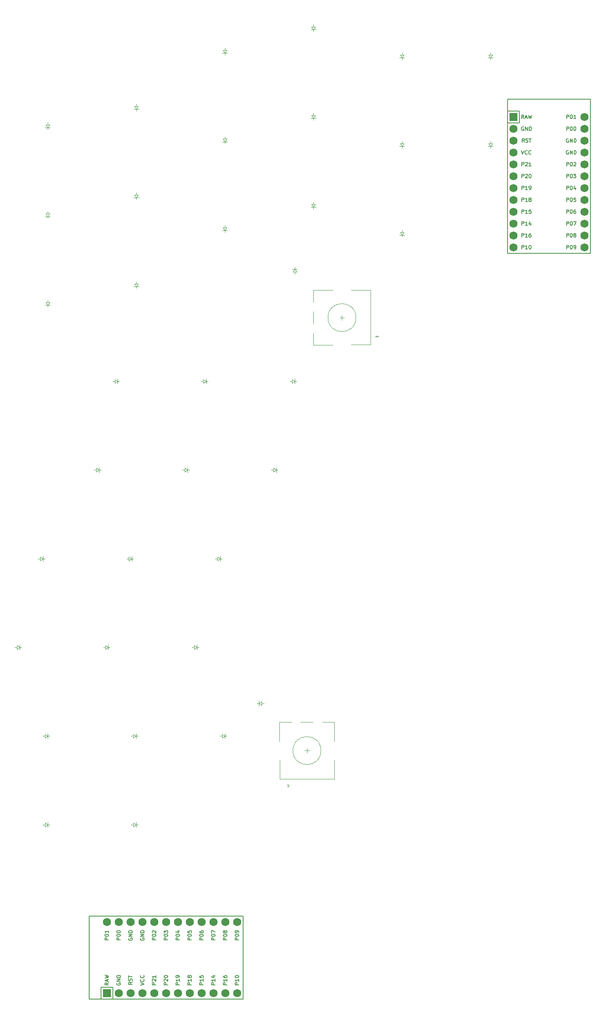
<source format=gbr>
%TF.GenerationSoftware,KiCad,Pcbnew,(6.0.7)*%
%TF.CreationDate,2022-08-26T13:32:48+02:00*%
%TF.ProjectId,lenz03_wired,6c656e7a-3033-45f7-9769-7265642e6b69,v1.0.0*%
%TF.SameCoordinates,Original*%
%TF.FileFunction,Legend,Top*%
%TF.FilePolarity,Positive*%
%FSLAX46Y46*%
G04 Gerber Fmt 4.6, Leading zero omitted, Abs format (unit mm)*
G04 Created by KiCad (PCBNEW (6.0.7)) date 2022-08-26 13:32:48*
%MOMM*%
%LPD*%
G01*
G04 APERTURE LIST*
%ADD10C,0.150000*%
%ADD11C,0.100000*%
%ADD12C,0.120000*%
%ADD13R,1.752600X1.752600*%
%ADD14C,1.752600*%
G04 APERTURE END LIST*
D10*
%TO.C,*%
%TO.C,MCU1*%
X142700476Y-48747000D02*
X142624285Y-48708904D01*
X142510000Y-48708904D01*
X142395714Y-48747000D01*
X142319523Y-48823190D01*
X142281428Y-48899380D01*
X142243333Y-49051761D01*
X142243333Y-49166047D01*
X142281428Y-49318428D01*
X142319523Y-49394619D01*
X142395714Y-49470809D01*
X142510000Y-49508904D01*
X142586190Y-49508904D01*
X142700476Y-49470809D01*
X142738571Y-49432714D01*
X142738571Y-49166047D01*
X142586190Y-49166047D01*
X143081428Y-49508904D02*
X143081428Y-48708904D01*
X143538571Y-49508904D01*
X143538571Y-48708904D01*
X143919523Y-49508904D02*
X143919523Y-48708904D01*
X144110000Y-48708904D01*
X144224285Y-48747000D01*
X144300476Y-48823190D01*
X144338571Y-48899380D01*
X144376666Y-49051761D01*
X144376666Y-49166047D01*
X144338571Y-49318428D01*
X144300476Y-49394619D01*
X144224285Y-49470809D01*
X144110000Y-49508904D01*
X143919523Y-49508904D01*
X142338571Y-57128904D02*
X142338571Y-56328904D01*
X142643333Y-56328904D01*
X142719523Y-56367000D01*
X142757619Y-56405095D01*
X142795714Y-56481285D01*
X142795714Y-56595571D01*
X142757619Y-56671761D01*
X142719523Y-56709857D01*
X142643333Y-56747952D01*
X142338571Y-56747952D01*
X143290952Y-56328904D02*
X143367142Y-56328904D01*
X143443333Y-56367000D01*
X143481428Y-56405095D01*
X143519523Y-56481285D01*
X143557619Y-56633666D01*
X143557619Y-56824142D01*
X143519523Y-56976523D01*
X143481428Y-57052714D01*
X143443333Y-57090809D01*
X143367142Y-57128904D01*
X143290952Y-57128904D01*
X143214761Y-57090809D01*
X143176666Y-57052714D01*
X143138571Y-56976523D01*
X143100476Y-56824142D01*
X143100476Y-56633666D01*
X143138571Y-56481285D01*
X143176666Y-56405095D01*
X143214761Y-56367000D01*
X143290952Y-56328904D01*
X143824285Y-56328904D02*
X144319523Y-56328904D01*
X144052857Y-56633666D01*
X144167142Y-56633666D01*
X144243333Y-56671761D01*
X144281428Y-56709857D01*
X144319523Y-56786047D01*
X144319523Y-56976523D01*
X144281428Y-57052714D01*
X144243333Y-57090809D01*
X144167142Y-57128904D01*
X143938571Y-57128904D01*
X143862380Y-57090809D01*
X143824285Y-57052714D01*
X132738571Y-67288904D02*
X132738571Y-66488904D01*
X133043333Y-66488904D01*
X133119523Y-66527000D01*
X133157619Y-66565095D01*
X133195714Y-66641285D01*
X133195714Y-66755571D01*
X133157619Y-66831761D01*
X133119523Y-66869857D01*
X133043333Y-66907952D01*
X132738571Y-66907952D01*
X133957619Y-67288904D02*
X133500476Y-67288904D01*
X133729047Y-67288904D02*
X133729047Y-66488904D01*
X133652857Y-66603190D01*
X133576666Y-66679380D01*
X133500476Y-66717476D01*
X134643333Y-66755571D02*
X134643333Y-67288904D01*
X134452857Y-66450809D02*
X134262380Y-67022238D01*
X134757619Y-67022238D01*
X142338571Y-64748904D02*
X142338571Y-63948904D01*
X142643333Y-63948904D01*
X142719523Y-63987000D01*
X142757619Y-64025095D01*
X142795714Y-64101285D01*
X142795714Y-64215571D01*
X142757619Y-64291761D01*
X142719523Y-64329857D01*
X142643333Y-64367952D01*
X142338571Y-64367952D01*
X143290952Y-63948904D02*
X143367142Y-63948904D01*
X143443333Y-63987000D01*
X143481428Y-64025095D01*
X143519523Y-64101285D01*
X143557619Y-64253666D01*
X143557619Y-64444142D01*
X143519523Y-64596523D01*
X143481428Y-64672714D01*
X143443333Y-64710809D01*
X143367142Y-64748904D01*
X143290952Y-64748904D01*
X143214761Y-64710809D01*
X143176666Y-64672714D01*
X143138571Y-64596523D01*
X143100476Y-64444142D01*
X143100476Y-64253666D01*
X143138571Y-64101285D01*
X143176666Y-64025095D01*
X143214761Y-63987000D01*
X143290952Y-63948904D01*
X144243333Y-63948904D02*
X144090952Y-63948904D01*
X144014761Y-63987000D01*
X143976666Y-64025095D01*
X143900476Y-64139380D01*
X143862380Y-64291761D01*
X143862380Y-64596523D01*
X143900476Y-64672714D01*
X143938571Y-64710809D01*
X144014761Y-64748904D01*
X144167142Y-64748904D01*
X144243333Y-64710809D01*
X144281428Y-64672714D01*
X144319523Y-64596523D01*
X144319523Y-64406047D01*
X144281428Y-64329857D01*
X144243333Y-64291761D01*
X144167142Y-64253666D01*
X144014761Y-64253666D01*
X143938571Y-64291761D01*
X143900476Y-64329857D01*
X143862380Y-64406047D01*
X142338571Y-59668904D02*
X142338571Y-58868904D01*
X142643333Y-58868904D01*
X142719523Y-58907000D01*
X142757619Y-58945095D01*
X142795714Y-59021285D01*
X142795714Y-59135571D01*
X142757619Y-59211761D01*
X142719523Y-59249857D01*
X142643333Y-59287952D01*
X142338571Y-59287952D01*
X143290952Y-58868904D02*
X143367142Y-58868904D01*
X143443333Y-58907000D01*
X143481428Y-58945095D01*
X143519523Y-59021285D01*
X143557619Y-59173666D01*
X143557619Y-59364142D01*
X143519523Y-59516523D01*
X143481428Y-59592714D01*
X143443333Y-59630809D01*
X143367142Y-59668904D01*
X143290952Y-59668904D01*
X143214761Y-59630809D01*
X143176666Y-59592714D01*
X143138571Y-59516523D01*
X143100476Y-59364142D01*
X143100476Y-59173666D01*
X143138571Y-59021285D01*
X143176666Y-58945095D01*
X143214761Y-58907000D01*
X143290952Y-58868904D01*
X144243333Y-59135571D02*
X144243333Y-59668904D01*
X144052857Y-58830809D02*
X143862380Y-59402238D01*
X144357619Y-59402238D01*
X142338571Y-46968904D02*
X142338571Y-46168904D01*
X142643333Y-46168904D01*
X142719523Y-46207000D01*
X142757619Y-46245095D01*
X142795714Y-46321285D01*
X142795714Y-46435571D01*
X142757619Y-46511761D01*
X142719523Y-46549857D01*
X142643333Y-46587952D01*
X142338571Y-46587952D01*
X143290952Y-46168904D02*
X143367142Y-46168904D01*
X143443333Y-46207000D01*
X143481428Y-46245095D01*
X143519523Y-46321285D01*
X143557619Y-46473666D01*
X143557619Y-46664142D01*
X143519523Y-46816523D01*
X143481428Y-46892714D01*
X143443333Y-46930809D01*
X143367142Y-46968904D01*
X143290952Y-46968904D01*
X143214761Y-46930809D01*
X143176666Y-46892714D01*
X143138571Y-46816523D01*
X143100476Y-46664142D01*
X143100476Y-46473666D01*
X143138571Y-46321285D01*
X143176666Y-46245095D01*
X143214761Y-46207000D01*
X143290952Y-46168904D01*
X144052857Y-46168904D02*
X144129047Y-46168904D01*
X144205238Y-46207000D01*
X144243333Y-46245095D01*
X144281428Y-46321285D01*
X144319523Y-46473666D01*
X144319523Y-46664142D01*
X144281428Y-46816523D01*
X144243333Y-46892714D01*
X144205238Y-46930809D01*
X144129047Y-46968904D01*
X144052857Y-46968904D01*
X143976666Y-46930809D01*
X143938571Y-46892714D01*
X143900476Y-46816523D01*
X143862380Y-46664142D01*
X143862380Y-46473666D01*
X143900476Y-46321285D01*
X143938571Y-46245095D01*
X143976666Y-46207000D01*
X144052857Y-46168904D01*
X132738571Y-57128904D02*
X132738571Y-56328904D01*
X133043333Y-56328904D01*
X133119523Y-56367000D01*
X133157619Y-56405095D01*
X133195714Y-56481285D01*
X133195714Y-56595571D01*
X133157619Y-56671761D01*
X133119523Y-56709857D01*
X133043333Y-56747952D01*
X132738571Y-56747952D01*
X133500476Y-56405095D02*
X133538571Y-56367000D01*
X133614761Y-56328904D01*
X133805238Y-56328904D01*
X133881428Y-56367000D01*
X133919523Y-56405095D01*
X133957619Y-56481285D01*
X133957619Y-56557476D01*
X133919523Y-56671761D01*
X133462380Y-57128904D01*
X133957619Y-57128904D01*
X134452857Y-56328904D02*
X134529047Y-56328904D01*
X134605238Y-56367000D01*
X134643333Y-56405095D01*
X134681428Y-56481285D01*
X134719523Y-56633666D01*
X134719523Y-56824142D01*
X134681428Y-56976523D01*
X134643333Y-57052714D01*
X134605238Y-57090809D01*
X134529047Y-57128904D01*
X134452857Y-57128904D01*
X134376666Y-57090809D01*
X134338571Y-57052714D01*
X134300476Y-56976523D01*
X134262380Y-56824142D01*
X134262380Y-56633666D01*
X134300476Y-56481285D01*
X134338571Y-56405095D01*
X134376666Y-56367000D01*
X134452857Y-56328904D01*
X142338571Y-67288904D02*
X142338571Y-66488904D01*
X142643333Y-66488904D01*
X142719523Y-66527000D01*
X142757619Y-66565095D01*
X142795714Y-66641285D01*
X142795714Y-66755571D01*
X142757619Y-66831761D01*
X142719523Y-66869857D01*
X142643333Y-66907952D01*
X142338571Y-66907952D01*
X143290952Y-66488904D02*
X143367142Y-66488904D01*
X143443333Y-66527000D01*
X143481428Y-66565095D01*
X143519523Y-66641285D01*
X143557619Y-66793666D01*
X143557619Y-66984142D01*
X143519523Y-67136523D01*
X143481428Y-67212714D01*
X143443333Y-67250809D01*
X143367142Y-67288904D01*
X143290952Y-67288904D01*
X143214761Y-67250809D01*
X143176666Y-67212714D01*
X143138571Y-67136523D01*
X143100476Y-66984142D01*
X143100476Y-66793666D01*
X143138571Y-66641285D01*
X143176666Y-66565095D01*
X143214761Y-66527000D01*
X143290952Y-66488904D01*
X143824285Y-66488904D02*
X144357619Y-66488904D01*
X144014761Y-67288904D01*
X142338571Y-69828904D02*
X142338571Y-69028904D01*
X142643333Y-69028904D01*
X142719523Y-69067000D01*
X142757619Y-69105095D01*
X142795714Y-69181285D01*
X142795714Y-69295571D01*
X142757619Y-69371761D01*
X142719523Y-69409857D01*
X142643333Y-69447952D01*
X142338571Y-69447952D01*
X143290952Y-69028904D02*
X143367142Y-69028904D01*
X143443333Y-69067000D01*
X143481428Y-69105095D01*
X143519523Y-69181285D01*
X143557619Y-69333666D01*
X143557619Y-69524142D01*
X143519523Y-69676523D01*
X143481428Y-69752714D01*
X143443333Y-69790809D01*
X143367142Y-69828904D01*
X143290952Y-69828904D01*
X143214761Y-69790809D01*
X143176666Y-69752714D01*
X143138571Y-69676523D01*
X143100476Y-69524142D01*
X143100476Y-69333666D01*
X143138571Y-69181285D01*
X143176666Y-69105095D01*
X143214761Y-69067000D01*
X143290952Y-69028904D01*
X144014761Y-69371761D02*
X143938571Y-69333666D01*
X143900476Y-69295571D01*
X143862380Y-69219380D01*
X143862380Y-69181285D01*
X143900476Y-69105095D01*
X143938571Y-69067000D01*
X144014761Y-69028904D01*
X144167142Y-69028904D01*
X144243333Y-69067000D01*
X144281428Y-69105095D01*
X144319523Y-69181285D01*
X144319523Y-69219380D01*
X144281428Y-69295571D01*
X144243333Y-69333666D01*
X144167142Y-69371761D01*
X144014761Y-69371761D01*
X143938571Y-69409857D01*
X143900476Y-69447952D01*
X143862380Y-69524142D01*
X143862380Y-69676523D01*
X143900476Y-69752714D01*
X143938571Y-69790809D01*
X144014761Y-69828904D01*
X144167142Y-69828904D01*
X144243333Y-69790809D01*
X144281428Y-69752714D01*
X144319523Y-69676523D01*
X144319523Y-69524142D01*
X144281428Y-69447952D01*
X144243333Y-69409857D01*
X144167142Y-69371761D01*
X133100476Y-46207000D02*
X133024285Y-46168904D01*
X132910000Y-46168904D01*
X132795714Y-46207000D01*
X132719523Y-46283190D01*
X132681428Y-46359380D01*
X132643333Y-46511761D01*
X132643333Y-46626047D01*
X132681428Y-46778428D01*
X132719523Y-46854619D01*
X132795714Y-46930809D01*
X132910000Y-46968904D01*
X132986190Y-46968904D01*
X133100476Y-46930809D01*
X133138571Y-46892714D01*
X133138571Y-46626047D01*
X132986190Y-46626047D01*
X133481428Y-46968904D02*
X133481428Y-46168904D01*
X133938571Y-46968904D01*
X133938571Y-46168904D01*
X134319523Y-46968904D02*
X134319523Y-46168904D01*
X134510000Y-46168904D01*
X134624285Y-46207000D01*
X134700476Y-46283190D01*
X134738571Y-46359380D01*
X134776666Y-46511761D01*
X134776666Y-46626047D01*
X134738571Y-46778428D01*
X134700476Y-46854619D01*
X134624285Y-46930809D01*
X134510000Y-46968904D01*
X134319523Y-46968904D01*
X132738571Y-72368904D02*
X132738571Y-71568904D01*
X133043333Y-71568904D01*
X133119523Y-71607000D01*
X133157619Y-71645095D01*
X133195714Y-71721285D01*
X133195714Y-71835571D01*
X133157619Y-71911761D01*
X133119523Y-71949857D01*
X133043333Y-71987952D01*
X132738571Y-71987952D01*
X133957619Y-72368904D02*
X133500476Y-72368904D01*
X133729047Y-72368904D02*
X133729047Y-71568904D01*
X133652857Y-71683190D01*
X133576666Y-71759380D01*
X133500476Y-71797476D01*
X134452857Y-71568904D02*
X134529047Y-71568904D01*
X134605238Y-71607000D01*
X134643333Y-71645095D01*
X134681428Y-71721285D01*
X134719523Y-71873666D01*
X134719523Y-72064142D01*
X134681428Y-72216523D01*
X134643333Y-72292714D01*
X134605238Y-72330809D01*
X134529047Y-72368904D01*
X134452857Y-72368904D01*
X134376666Y-72330809D01*
X134338571Y-72292714D01*
X134300476Y-72216523D01*
X134262380Y-72064142D01*
X134262380Y-71873666D01*
X134300476Y-71721285D01*
X134338571Y-71645095D01*
X134376666Y-71607000D01*
X134452857Y-71568904D01*
X142338571Y-44428904D02*
X142338571Y-43628904D01*
X142643333Y-43628904D01*
X142719523Y-43667000D01*
X142757619Y-43705095D01*
X142795714Y-43781285D01*
X142795714Y-43895571D01*
X142757619Y-43971761D01*
X142719523Y-44009857D01*
X142643333Y-44047952D01*
X142338571Y-44047952D01*
X143290952Y-43628904D02*
X143367142Y-43628904D01*
X143443333Y-43667000D01*
X143481428Y-43705095D01*
X143519523Y-43781285D01*
X143557619Y-43933666D01*
X143557619Y-44124142D01*
X143519523Y-44276523D01*
X143481428Y-44352714D01*
X143443333Y-44390809D01*
X143367142Y-44428904D01*
X143290952Y-44428904D01*
X143214761Y-44390809D01*
X143176666Y-44352714D01*
X143138571Y-44276523D01*
X143100476Y-44124142D01*
X143100476Y-43933666D01*
X143138571Y-43781285D01*
X143176666Y-43705095D01*
X143214761Y-43667000D01*
X143290952Y-43628904D01*
X144319523Y-44428904D02*
X143862380Y-44428904D01*
X144090952Y-44428904D02*
X144090952Y-43628904D01*
X144014761Y-43743190D01*
X143938571Y-43819380D01*
X143862380Y-43857476D01*
X142338571Y-72368904D02*
X142338571Y-71568904D01*
X142643333Y-71568904D01*
X142719523Y-71607000D01*
X142757619Y-71645095D01*
X142795714Y-71721285D01*
X142795714Y-71835571D01*
X142757619Y-71911761D01*
X142719523Y-71949857D01*
X142643333Y-71987952D01*
X142338571Y-71987952D01*
X143290952Y-71568904D02*
X143367142Y-71568904D01*
X143443333Y-71607000D01*
X143481428Y-71645095D01*
X143519523Y-71721285D01*
X143557619Y-71873666D01*
X143557619Y-72064142D01*
X143519523Y-72216523D01*
X143481428Y-72292714D01*
X143443333Y-72330809D01*
X143367142Y-72368904D01*
X143290952Y-72368904D01*
X143214761Y-72330809D01*
X143176666Y-72292714D01*
X143138571Y-72216523D01*
X143100476Y-72064142D01*
X143100476Y-71873666D01*
X143138571Y-71721285D01*
X143176666Y-71645095D01*
X143214761Y-71607000D01*
X143290952Y-71568904D01*
X143938571Y-72368904D02*
X144090952Y-72368904D01*
X144167142Y-72330809D01*
X144205238Y-72292714D01*
X144281428Y-72178428D01*
X144319523Y-72026047D01*
X144319523Y-71721285D01*
X144281428Y-71645095D01*
X144243333Y-71607000D01*
X144167142Y-71568904D01*
X144014761Y-71568904D01*
X143938571Y-71607000D01*
X143900476Y-71645095D01*
X143862380Y-71721285D01*
X143862380Y-71911761D01*
X143900476Y-71987952D01*
X143938571Y-72026047D01*
X144014761Y-72064142D01*
X144167142Y-72064142D01*
X144243333Y-72026047D01*
X144281428Y-71987952D01*
X144319523Y-71911761D01*
X132738571Y-59668904D02*
X132738571Y-58868904D01*
X133043333Y-58868904D01*
X133119523Y-58907000D01*
X133157619Y-58945095D01*
X133195714Y-59021285D01*
X133195714Y-59135571D01*
X133157619Y-59211761D01*
X133119523Y-59249857D01*
X133043333Y-59287952D01*
X132738571Y-59287952D01*
X133957619Y-59668904D02*
X133500476Y-59668904D01*
X133729047Y-59668904D02*
X133729047Y-58868904D01*
X133652857Y-58983190D01*
X133576666Y-59059380D01*
X133500476Y-59097476D01*
X134338571Y-59668904D02*
X134490952Y-59668904D01*
X134567142Y-59630809D01*
X134605238Y-59592714D01*
X134681428Y-59478428D01*
X134719523Y-59326047D01*
X134719523Y-59021285D01*
X134681428Y-58945095D01*
X134643333Y-58907000D01*
X134567142Y-58868904D01*
X134414761Y-58868904D01*
X134338571Y-58907000D01*
X134300476Y-58945095D01*
X134262380Y-59021285D01*
X134262380Y-59211761D01*
X134300476Y-59287952D01*
X134338571Y-59326047D01*
X134414761Y-59364142D01*
X134567142Y-59364142D01*
X134643333Y-59326047D01*
X134681428Y-59287952D01*
X134719523Y-59211761D01*
X132738571Y-62208904D02*
X132738571Y-61408904D01*
X133043333Y-61408904D01*
X133119523Y-61447000D01*
X133157619Y-61485095D01*
X133195714Y-61561285D01*
X133195714Y-61675571D01*
X133157619Y-61751761D01*
X133119523Y-61789857D01*
X133043333Y-61827952D01*
X132738571Y-61827952D01*
X133957619Y-62208904D02*
X133500476Y-62208904D01*
X133729047Y-62208904D02*
X133729047Y-61408904D01*
X133652857Y-61523190D01*
X133576666Y-61599380D01*
X133500476Y-61637476D01*
X134414761Y-61751761D02*
X134338571Y-61713666D01*
X134300476Y-61675571D01*
X134262380Y-61599380D01*
X134262380Y-61561285D01*
X134300476Y-61485095D01*
X134338571Y-61447000D01*
X134414761Y-61408904D01*
X134567142Y-61408904D01*
X134643333Y-61447000D01*
X134681428Y-61485095D01*
X134719523Y-61561285D01*
X134719523Y-61599380D01*
X134681428Y-61675571D01*
X134643333Y-61713666D01*
X134567142Y-61751761D01*
X134414761Y-61751761D01*
X134338571Y-61789857D01*
X134300476Y-61827952D01*
X134262380Y-61904142D01*
X134262380Y-62056523D01*
X134300476Y-62132714D01*
X134338571Y-62170809D01*
X134414761Y-62208904D01*
X134567142Y-62208904D01*
X134643333Y-62170809D01*
X134681428Y-62132714D01*
X134719523Y-62056523D01*
X134719523Y-61904142D01*
X134681428Y-61827952D01*
X134643333Y-61789857D01*
X134567142Y-61751761D01*
X133271904Y-49508904D02*
X133005238Y-49127952D01*
X132814761Y-49508904D02*
X132814761Y-48708904D01*
X133119523Y-48708904D01*
X133195714Y-48747000D01*
X133233809Y-48785095D01*
X133271904Y-48861285D01*
X133271904Y-48975571D01*
X133233809Y-49051761D01*
X133195714Y-49089857D01*
X133119523Y-49127952D01*
X132814761Y-49127952D01*
X133576666Y-49470809D02*
X133690952Y-49508904D01*
X133881428Y-49508904D01*
X133957619Y-49470809D01*
X133995714Y-49432714D01*
X134033809Y-49356523D01*
X134033809Y-49280333D01*
X133995714Y-49204142D01*
X133957619Y-49166047D01*
X133881428Y-49127952D01*
X133729047Y-49089857D01*
X133652857Y-49051761D01*
X133614761Y-49013666D01*
X133576666Y-48937476D01*
X133576666Y-48861285D01*
X133614761Y-48785095D01*
X133652857Y-48747000D01*
X133729047Y-48708904D01*
X133919523Y-48708904D01*
X134033809Y-48747000D01*
X134262380Y-48708904D02*
X134719523Y-48708904D01*
X134490952Y-49508904D02*
X134490952Y-48708904D01*
X133157619Y-44428904D02*
X132890952Y-44047952D01*
X132700476Y-44428904D02*
X132700476Y-43628904D01*
X133005238Y-43628904D01*
X133081428Y-43667000D01*
X133119523Y-43705095D01*
X133157619Y-43781285D01*
X133157619Y-43895571D01*
X133119523Y-43971761D01*
X133081428Y-44009857D01*
X133005238Y-44047952D01*
X132700476Y-44047952D01*
X133462380Y-44200333D02*
X133843333Y-44200333D01*
X133386190Y-44428904D02*
X133652857Y-43628904D01*
X133919523Y-44428904D01*
X134110000Y-43628904D02*
X134300476Y-44428904D01*
X134452857Y-43857476D01*
X134605238Y-44428904D01*
X134795714Y-43628904D01*
X132738571Y-54588904D02*
X132738571Y-53788904D01*
X133043333Y-53788904D01*
X133119523Y-53827000D01*
X133157619Y-53865095D01*
X133195714Y-53941285D01*
X133195714Y-54055571D01*
X133157619Y-54131761D01*
X133119523Y-54169857D01*
X133043333Y-54207952D01*
X132738571Y-54207952D01*
X133500476Y-53865095D02*
X133538571Y-53827000D01*
X133614761Y-53788904D01*
X133805238Y-53788904D01*
X133881428Y-53827000D01*
X133919523Y-53865095D01*
X133957619Y-53941285D01*
X133957619Y-54017476D01*
X133919523Y-54131761D01*
X133462380Y-54588904D01*
X133957619Y-54588904D01*
X134719523Y-54588904D02*
X134262380Y-54588904D01*
X134490952Y-54588904D02*
X134490952Y-53788904D01*
X134414761Y-53903190D01*
X134338571Y-53979380D01*
X134262380Y-54017476D01*
X142338571Y-54588904D02*
X142338571Y-53788904D01*
X142643333Y-53788904D01*
X142719523Y-53827000D01*
X142757619Y-53865095D01*
X142795714Y-53941285D01*
X142795714Y-54055571D01*
X142757619Y-54131761D01*
X142719523Y-54169857D01*
X142643333Y-54207952D01*
X142338571Y-54207952D01*
X143290952Y-53788904D02*
X143367142Y-53788904D01*
X143443333Y-53827000D01*
X143481428Y-53865095D01*
X143519523Y-53941285D01*
X143557619Y-54093666D01*
X143557619Y-54284142D01*
X143519523Y-54436523D01*
X143481428Y-54512714D01*
X143443333Y-54550809D01*
X143367142Y-54588904D01*
X143290952Y-54588904D01*
X143214761Y-54550809D01*
X143176666Y-54512714D01*
X143138571Y-54436523D01*
X143100476Y-54284142D01*
X143100476Y-54093666D01*
X143138571Y-53941285D01*
X143176666Y-53865095D01*
X143214761Y-53827000D01*
X143290952Y-53788904D01*
X143862380Y-53865095D02*
X143900476Y-53827000D01*
X143976666Y-53788904D01*
X144167142Y-53788904D01*
X144243333Y-53827000D01*
X144281428Y-53865095D01*
X144319523Y-53941285D01*
X144319523Y-54017476D01*
X144281428Y-54131761D01*
X143824285Y-54588904D01*
X144319523Y-54588904D01*
X132738571Y-69828904D02*
X132738571Y-69028904D01*
X133043333Y-69028904D01*
X133119523Y-69067000D01*
X133157619Y-69105095D01*
X133195714Y-69181285D01*
X133195714Y-69295571D01*
X133157619Y-69371761D01*
X133119523Y-69409857D01*
X133043333Y-69447952D01*
X132738571Y-69447952D01*
X133957619Y-69828904D02*
X133500476Y-69828904D01*
X133729047Y-69828904D02*
X133729047Y-69028904D01*
X133652857Y-69143190D01*
X133576666Y-69219380D01*
X133500476Y-69257476D01*
X134643333Y-69028904D02*
X134490952Y-69028904D01*
X134414761Y-69067000D01*
X134376666Y-69105095D01*
X134300476Y-69219380D01*
X134262380Y-69371761D01*
X134262380Y-69676523D01*
X134300476Y-69752714D01*
X134338571Y-69790809D01*
X134414761Y-69828904D01*
X134567142Y-69828904D01*
X134643333Y-69790809D01*
X134681428Y-69752714D01*
X134719523Y-69676523D01*
X134719523Y-69486047D01*
X134681428Y-69409857D01*
X134643333Y-69371761D01*
X134567142Y-69333666D01*
X134414761Y-69333666D01*
X134338571Y-69371761D01*
X134300476Y-69409857D01*
X134262380Y-69486047D01*
X132738571Y-64748904D02*
X132738571Y-63948904D01*
X133043333Y-63948904D01*
X133119523Y-63987000D01*
X133157619Y-64025095D01*
X133195714Y-64101285D01*
X133195714Y-64215571D01*
X133157619Y-64291761D01*
X133119523Y-64329857D01*
X133043333Y-64367952D01*
X132738571Y-64367952D01*
X133957619Y-64748904D02*
X133500476Y-64748904D01*
X133729047Y-64748904D02*
X133729047Y-63948904D01*
X133652857Y-64063190D01*
X133576666Y-64139380D01*
X133500476Y-64177476D01*
X134681428Y-63948904D02*
X134300476Y-63948904D01*
X134262380Y-64329857D01*
X134300476Y-64291761D01*
X134376666Y-64253666D01*
X134567142Y-64253666D01*
X134643333Y-64291761D01*
X134681428Y-64329857D01*
X134719523Y-64406047D01*
X134719523Y-64596523D01*
X134681428Y-64672714D01*
X134643333Y-64710809D01*
X134567142Y-64748904D01*
X134376666Y-64748904D01*
X134300476Y-64710809D01*
X134262380Y-64672714D01*
X132643333Y-51248904D02*
X132910000Y-52048904D01*
X133176666Y-51248904D01*
X133900476Y-51972714D02*
X133862380Y-52010809D01*
X133748095Y-52048904D01*
X133671904Y-52048904D01*
X133557619Y-52010809D01*
X133481428Y-51934619D01*
X133443333Y-51858428D01*
X133405238Y-51706047D01*
X133405238Y-51591761D01*
X133443333Y-51439380D01*
X133481428Y-51363190D01*
X133557619Y-51287000D01*
X133671904Y-51248904D01*
X133748095Y-51248904D01*
X133862380Y-51287000D01*
X133900476Y-51325095D01*
X134700476Y-51972714D02*
X134662380Y-52010809D01*
X134548095Y-52048904D01*
X134471904Y-52048904D01*
X134357619Y-52010809D01*
X134281428Y-51934619D01*
X134243333Y-51858428D01*
X134205238Y-51706047D01*
X134205238Y-51591761D01*
X134243333Y-51439380D01*
X134281428Y-51363190D01*
X134357619Y-51287000D01*
X134471904Y-51248904D01*
X134548095Y-51248904D01*
X134662380Y-51287000D01*
X134700476Y-51325095D01*
X142700476Y-51287000D02*
X142624285Y-51248904D01*
X142510000Y-51248904D01*
X142395714Y-51287000D01*
X142319523Y-51363190D01*
X142281428Y-51439380D01*
X142243333Y-51591761D01*
X142243333Y-51706047D01*
X142281428Y-51858428D01*
X142319523Y-51934619D01*
X142395714Y-52010809D01*
X142510000Y-52048904D01*
X142586190Y-52048904D01*
X142700476Y-52010809D01*
X142738571Y-51972714D01*
X142738571Y-51706047D01*
X142586190Y-51706047D01*
X143081428Y-52048904D02*
X143081428Y-51248904D01*
X143538571Y-52048904D01*
X143538571Y-51248904D01*
X143919523Y-52048904D02*
X143919523Y-51248904D01*
X144110000Y-51248904D01*
X144224285Y-51287000D01*
X144300476Y-51363190D01*
X144338571Y-51439380D01*
X144376666Y-51591761D01*
X144376666Y-51706047D01*
X144338571Y-51858428D01*
X144300476Y-51934619D01*
X144224285Y-52010809D01*
X144110000Y-52048904D01*
X143919523Y-52048904D01*
X142338571Y-62208904D02*
X142338571Y-61408904D01*
X142643333Y-61408904D01*
X142719523Y-61447000D01*
X142757619Y-61485095D01*
X142795714Y-61561285D01*
X142795714Y-61675571D01*
X142757619Y-61751761D01*
X142719523Y-61789857D01*
X142643333Y-61827952D01*
X142338571Y-61827952D01*
X143290952Y-61408904D02*
X143367142Y-61408904D01*
X143443333Y-61447000D01*
X143481428Y-61485095D01*
X143519523Y-61561285D01*
X143557619Y-61713666D01*
X143557619Y-61904142D01*
X143519523Y-62056523D01*
X143481428Y-62132714D01*
X143443333Y-62170809D01*
X143367142Y-62208904D01*
X143290952Y-62208904D01*
X143214761Y-62170809D01*
X143176666Y-62132714D01*
X143138571Y-62056523D01*
X143100476Y-61904142D01*
X143100476Y-61713666D01*
X143138571Y-61561285D01*
X143176666Y-61485095D01*
X143214761Y-61447000D01*
X143290952Y-61408904D01*
X144281428Y-61408904D02*
X143900476Y-61408904D01*
X143862380Y-61789857D01*
X143900476Y-61751761D01*
X143976666Y-61713666D01*
X144167142Y-61713666D01*
X144243333Y-61751761D01*
X144281428Y-61789857D01*
X144319523Y-61866047D01*
X144319523Y-62056523D01*
X144281428Y-62132714D01*
X144243333Y-62170809D01*
X144167142Y-62208904D01*
X143976666Y-62208904D01*
X143900476Y-62170809D01*
X143862380Y-62132714D01*
%TO.C,*%
%TO.C,MCU2*%
X64372904Y-220383428D02*
X63572904Y-220383428D01*
X63572904Y-220078666D01*
X63611000Y-220002476D01*
X63649095Y-219964380D01*
X63725285Y-219926285D01*
X63839571Y-219926285D01*
X63915761Y-219964380D01*
X63953857Y-220002476D01*
X63991952Y-220078666D01*
X63991952Y-220383428D01*
X63572904Y-219431047D02*
X63572904Y-219354857D01*
X63611000Y-219278666D01*
X63649095Y-219240571D01*
X63725285Y-219202476D01*
X63877666Y-219164380D01*
X64068142Y-219164380D01*
X64220523Y-219202476D01*
X64296714Y-219240571D01*
X64334809Y-219278666D01*
X64372904Y-219354857D01*
X64372904Y-219431047D01*
X64334809Y-219507238D01*
X64296714Y-219545333D01*
X64220523Y-219583428D01*
X64068142Y-219621523D01*
X63877666Y-219621523D01*
X63725285Y-219583428D01*
X63649095Y-219545333D01*
X63611000Y-219507238D01*
X63572904Y-219431047D01*
X63572904Y-218478666D02*
X63572904Y-218631047D01*
X63611000Y-218707238D01*
X63649095Y-218745333D01*
X63763380Y-218821523D01*
X63915761Y-218859619D01*
X64220523Y-218859619D01*
X64296714Y-218821523D01*
X64334809Y-218783428D01*
X64372904Y-218707238D01*
X64372904Y-218554857D01*
X64334809Y-218478666D01*
X64296714Y-218440571D01*
X64220523Y-218402476D01*
X64030047Y-218402476D01*
X63953857Y-218440571D01*
X63915761Y-218478666D01*
X63877666Y-218554857D01*
X63877666Y-218707238D01*
X63915761Y-218783428D01*
X63953857Y-218821523D01*
X64030047Y-218859619D01*
X66912904Y-220383428D02*
X66112904Y-220383428D01*
X66112904Y-220078666D01*
X66151000Y-220002476D01*
X66189095Y-219964380D01*
X66265285Y-219926285D01*
X66379571Y-219926285D01*
X66455761Y-219964380D01*
X66493857Y-220002476D01*
X66531952Y-220078666D01*
X66531952Y-220383428D01*
X66112904Y-219431047D02*
X66112904Y-219354857D01*
X66151000Y-219278666D01*
X66189095Y-219240571D01*
X66265285Y-219202476D01*
X66417666Y-219164380D01*
X66608142Y-219164380D01*
X66760523Y-219202476D01*
X66836714Y-219240571D01*
X66874809Y-219278666D01*
X66912904Y-219354857D01*
X66912904Y-219431047D01*
X66874809Y-219507238D01*
X66836714Y-219545333D01*
X66760523Y-219583428D01*
X66608142Y-219621523D01*
X66417666Y-219621523D01*
X66265285Y-219583428D01*
X66189095Y-219545333D01*
X66151000Y-219507238D01*
X66112904Y-219431047D01*
X66112904Y-218897714D02*
X66112904Y-218364380D01*
X66912904Y-218707238D01*
X50872904Y-230078666D02*
X51672904Y-229812000D01*
X50872904Y-229545333D01*
X51596714Y-228821523D02*
X51634809Y-228859619D01*
X51672904Y-228973904D01*
X51672904Y-229050095D01*
X51634809Y-229164380D01*
X51558619Y-229240571D01*
X51482428Y-229278666D01*
X51330047Y-229316761D01*
X51215761Y-229316761D01*
X51063380Y-229278666D01*
X50987190Y-229240571D01*
X50911000Y-229164380D01*
X50872904Y-229050095D01*
X50872904Y-228973904D01*
X50911000Y-228859619D01*
X50949095Y-228821523D01*
X51596714Y-228021523D02*
X51634809Y-228059619D01*
X51672904Y-228173904D01*
X51672904Y-228250095D01*
X51634809Y-228364380D01*
X51558619Y-228440571D01*
X51482428Y-228478666D01*
X51330047Y-228516761D01*
X51215761Y-228516761D01*
X51063380Y-228478666D01*
X50987190Y-228440571D01*
X50911000Y-228364380D01*
X50872904Y-228250095D01*
X50872904Y-228173904D01*
X50911000Y-228059619D01*
X50949095Y-228021523D01*
X66912904Y-229983428D02*
X66112904Y-229983428D01*
X66112904Y-229678666D01*
X66151000Y-229602476D01*
X66189095Y-229564380D01*
X66265285Y-229526285D01*
X66379571Y-229526285D01*
X66455761Y-229564380D01*
X66493857Y-229602476D01*
X66531952Y-229678666D01*
X66531952Y-229983428D01*
X66912904Y-228764380D02*
X66912904Y-229221523D01*
X66912904Y-228992952D02*
X66112904Y-228992952D01*
X66227190Y-229069142D01*
X66303380Y-229145333D01*
X66341476Y-229221523D01*
X66379571Y-228078666D02*
X66912904Y-228078666D01*
X66074809Y-228269142D02*
X66646238Y-228459619D01*
X66646238Y-227964380D01*
X61832904Y-229983428D02*
X61032904Y-229983428D01*
X61032904Y-229678666D01*
X61071000Y-229602476D01*
X61109095Y-229564380D01*
X61185285Y-229526285D01*
X61299571Y-229526285D01*
X61375761Y-229564380D01*
X61413857Y-229602476D01*
X61451952Y-229678666D01*
X61451952Y-229983428D01*
X61832904Y-228764380D02*
X61832904Y-229221523D01*
X61832904Y-228992952D02*
X61032904Y-228992952D01*
X61147190Y-229069142D01*
X61223380Y-229145333D01*
X61261476Y-229221523D01*
X61375761Y-228307238D02*
X61337666Y-228383428D01*
X61299571Y-228421523D01*
X61223380Y-228459619D01*
X61185285Y-228459619D01*
X61109095Y-228421523D01*
X61071000Y-228383428D01*
X61032904Y-228307238D01*
X61032904Y-228154857D01*
X61071000Y-228078666D01*
X61109095Y-228040571D01*
X61185285Y-228002476D01*
X61223380Y-228002476D01*
X61299571Y-228040571D01*
X61337666Y-228078666D01*
X61375761Y-228154857D01*
X61375761Y-228307238D01*
X61413857Y-228383428D01*
X61451952Y-228421523D01*
X61528142Y-228459619D01*
X61680523Y-228459619D01*
X61756714Y-228421523D01*
X61794809Y-228383428D01*
X61832904Y-228307238D01*
X61832904Y-228154857D01*
X61794809Y-228078666D01*
X61756714Y-228040571D01*
X61680523Y-228002476D01*
X61528142Y-228002476D01*
X61451952Y-228040571D01*
X61413857Y-228078666D01*
X61375761Y-228154857D01*
X69452904Y-229983428D02*
X68652904Y-229983428D01*
X68652904Y-229678666D01*
X68691000Y-229602476D01*
X68729095Y-229564380D01*
X68805285Y-229526285D01*
X68919571Y-229526285D01*
X68995761Y-229564380D01*
X69033857Y-229602476D01*
X69071952Y-229678666D01*
X69071952Y-229983428D01*
X69452904Y-228764380D02*
X69452904Y-229221523D01*
X69452904Y-228992952D02*
X68652904Y-228992952D01*
X68767190Y-229069142D01*
X68843380Y-229145333D01*
X68881476Y-229221523D01*
X68652904Y-228078666D02*
X68652904Y-228231047D01*
X68691000Y-228307238D01*
X68729095Y-228345333D01*
X68843380Y-228421523D01*
X68995761Y-228459619D01*
X69300523Y-228459619D01*
X69376714Y-228421523D01*
X69414809Y-228383428D01*
X69452904Y-228307238D01*
X69452904Y-228154857D01*
X69414809Y-228078666D01*
X69376714Y-228040571D01*
X69300523Y-228002476D01*
X69110047Y-228002476D01*
X69033857Y-228040571D01*
X68995761Y-228078666D01*
X68957666Y-228154857D01*
X68957666Y-228307238D01*
X68995761Y-228383428D01*
X69033857Y-228421523D01*
X69110047Y-228459619D01*
X56752904Y-229983428D02*
X55952904Y-229983428D01*
X55952904Y-229678666D01*
X55991000Y-229602476D01*
X56029095Y-229564380D01*
X56105285Y-229526285D01*
X56219571Y-229526285D01*
X56295761Y-229564380D01*
X56333857Y-229602476D01*
X56371952Y-229678666D01*
X56371952Y-229983428D01*
X56029095Y-229221523D02*
X55991000Y-229183428D01*
X55952904Y-229107238D01*
X55952904Y-228916761D01*
X55991000Y-228840571D01*
X56029095Y-228802476D01*
X56105285Y-228764380D01*
X56181476Y-228764380D01*
X56295761Y-228802476D01*
X56752904Y-229259619D01*
X56752904Y-228764380D01*
X55952904Y-228269142D02*
X55952904Y-228192952D01*
X55991000Y-228116761D01*
X56029095Y-228078666D01*
X56105285Y-228040571D01*
X56257666Y-228002476D01*
X56448142Y-228002476D01*
X56600523Y-228040571D01*
X56676714Y-228078666D01*
X56714809Y-228116761D01*
X56752904Y-228192952D01*
X56752904Y-228269142D01*
X56714809Y-228345333D01*
X56676714Y-228383428D01*
X56600523Y-228421523D01*
X56448142Y-228459619D01*
X56257666Y-228459619D01*
X56105285Y-228421523D01*
X56029095Y-228383428D01*
X55991000Y-228345333D01*
X55952904Y-228269142D01*
X46592904Y-220383428D02*
X45792904Y-220383428D01*
X45792904Y-220078666D01*
X45831000Y-220002476D01*
X45869095Y-219964380D01*
X45945285Y-219926285D01*
X46059571Y-219926285D01*
X46135761Y-219964380D01*
X46173857Y-220002476D01*
X46211952Y-220078666D01*
X46211952Y-220383428D01*
X45792904Y-219431047D02*
X45792904Y-219354857D01*
X45831000Y-219278666D01*
X45869095Y-219240571D01*
X45945285Y-219202476D01*
X46097666Y-219164380D01*
X46288142Y-219164380D01*
X46440523Y-219202476D01*
X46516714Y-219240571D01*
X46554809Y-219278666D01*
X46592904Y-219354857D01*
X46592904Y-219431047D01*
X46554809Y-219507238D01*
X46516714Y-219545333D01*
X46440523Y-219583428D01*
X46288142Y-219621523D01*
X46097666Y-219621523D01*
X45945285Y-219583428D01*
X45869095Y-219545333D01*
X45831000Y-219507238D01*
X45792904Y-219431047D01*
X45792904Y-218669142D02*
X45792904Y-218592952D01*
X45831000Y-218516761D01*
X45869095Y-218478666D01*
X45945285Y-218440571D01*
X46097666Y-218402476D01*
X46288142Y-218402476D01*
X46440523Y-218440571D01*
X46516714Y-218478666D01*
X46554809Y-218516761D01*
X46592904Y-218592952D01*
X46592904Y-218669142D01*
X46554809Y-218745333D01*
X46516714Y-218783428D01*
X46440523Y-218821523D01*
X46288142Y-218859619D01*
X46097666Y-218859619D01*
X45945285Y-218821523D01*
X45869095Y-218783428D01*
X45831000Y-218745333D01*
X45792904Y-218669142D01*
X50911000Y-220021523D02*
X50872904Y-220097714D01*
X50872904Y-220212000D01*
X50911000Y-220326285D01*
X50987190Y-220402476D01*
X51063380Y-220440571D01*
X51215761Y-220478666D01*
X51330047Y-220478666D01*
X51482428Y-220440571D01*
X51558619Y-220402476D01*
X51634809Y-220326285D01*
X51672904Y-220212000D01*
X51672904Y-220135809D01*
X51634809Y-220021523D01*
X51596714Y-219983428D01*
X51330047Y-219983428D01*
X51330047Y-220135809D01*
X51672904Y-219640571D02*
X50872904Y-219640571D01*
X51672904Y-219183428D01*
X50872904Y-219183428D01*
X51672904Y-218802476D02*
X50872904Y-218802476D01*
X50872904Y-218612000D01*
X50911000Y-218497714D01*
X50987190Y-218421523D01*
X51063380Y-218383428D01*
X51215761Y-218345333D01*
X51330047Y-218345333D01*
X51482428Y-218383428D01*
X51558619Y-218421523D01*
X51634809Y-218497714D01*
X51672904Y-218612000D01*
X51672904Y-218802476D01*
X49132904Y-229450095D02*
X48751952Y-229716761D01*
X49132904Y-229907238D02*
X48332904Y-229907238D01*
X48332904Y-229602476D01*
X48371000Y-229526285D01*
X48409095Y-229488190D01*
X48485285Y-229450095D01*
X48599571Y-229450095D01*
X48675761Y-229488190D01*
X48713857Y-229526285D01*
X48751952Y-229602476D01*
X48751952Y-229907238D01*
X49094809Y-229145333D02*
X49132904Y-229031047D01*
X49132904Y-228840571D01*
X49094809Y-228764380D01*
X49056714Y-228726285D01*
X48980523Y-228688190D01*
X48904333Y-228688190D01*
X48828142Y-228726285D01*
X48790047Y-228764380D01*
X48751952Y-228840571D01*
X48713857Y-228992952D01*
X48675761Y-229069142D01*
X48637666Y-229107238D01*
X48561476Y-229145333D01*
X48485285Y-229145333D01*
X48409095Y-229107238D01*
X48371000Y-229069142D01*
X48332904Y-228992952D01*
X48332904Y-228802476D01*
X48371000Y-228688190D01*
X48332904Y-228459619D02*
X48332904Y-228002476D01*
X49132904Y-228231047D02*
X48332904Y-228231047D01*
X44052904Y-220383428D02*
X43252904Y-220383428D01*
X43252904Y-220078666D01*
X43291000Y-220002476D01*
X43329095Y-219964380D01*
X43405285Y-219926285D01*
X43519571Y-219926285D01*
X43595761Y-219964380D01*
X43633857Y-220002476D01*
X43671952Y-220078666D01*
X43671952Y-220383428D01*
X43252904Y-219431047D02*
X43252904Y-219354857D01*
X43291000Y-219278666D01*
X43329095Y-219240571D01*
X43405285Y-219202476D01*
X43557666Y-219164380D01*
X43748142Y-219164380D01*
X43900523Y-219202476D01*
X43976714Y-219240571D01*
X44014809Y-219278666D01*
X44052904Y-219354857D01*
X44052904Y-219431047D01*
X44014809Y-219507238D01*
X43976714Y-219545333D01*
X43900523Y-219583428D01*
X43748142Y-219621523D01*
X43557666Y-219621523D01*
X43405285Y-219583428D01*
X43329095Y-219545333D01*
X43291000Y-219507238D01*
X43252904Y-219431047D01*
X44052904Y-218402476D02*
X44052904Y-218859619D01*
X44052904Y-218631047D02*
X43252904Y-218631047D01*
X43367190Y-218707238D01*
X43443380Y-218783428D01*
X43481476Y-218859619D01*
X48371000Y-220021523D02*
X48332904Y-220097714D01*
X48332904Y-220212000D01*
X48371000Y-220326285D01*
X48447190Y-220402476D01*
X48523380Y-220440571D01*
X48675761Y-220478666D01*
X48790047Y-220478666D01*
X48942428Y-220440571D01*
X49018619Y-220402476D01*
X49094809Y-220326285D01*
X49132904Y-220212000D01*
X49132904Y-220135809D01*
X49094809Y-220021523D01*
X49056714Y-219983428D01*
X48790047Y-219983428D01*
X48790047Y-220135809D01*
X49132904Y-219640571D02*
X48332904Y-219640571D01*
X49132904Y-219183428D01*
X48332904Y-219183428D01*
X49132904Y-218802476D02*
X48332904Y-218802476D01*
X48332904Y-218612000D01*
X48371000Y-218497714D01*
X48447190Y-218421523D01*
X48523380Y-218383428D01*
X48675761Y-218345333D01*
X48790047Y-218345333D01*
X48942428Y-218383428D01*
X49018619Y-218421523D01*
X49094809Y-218497714D01*
X49132904Y-218612000D01*
X49132904Y-218802476D01*
X59292904Y-229983428D02*
X58492904Y-229983428D01*
X58492904Y-229678666D01*
X58531000Y-229602476D01*
X58569095Y-229564380D01*
X58645285Y-229526285D01*
X58759571Y-229526285D01*
X58835761Y-229564380D01*
X58873857Y-229602476D01*
X58911952Y-229678666D01*
X58911952Y-229983428D01*
X59292904Y-228764380D02*
X59292904Y-229221523D01*
X59292904Y-228992952D02*
X58492904Y-228992952D01*
X58607190Y-229069142D01*
X58683380Y-229145333D01*
X58721476Y-229221523D01*
X59292904Y-228383428D02*
X59292904Y-228231047D01*
X59254809Y-228154857D01*
X59216714Y-228116761D01*
X59102428Y-228040571D01*
X58950047Y-228002476D01*
X58645285Y-228002476D01*
X58569095Y-228040571D01*
X58531000Y-228078666D01*
X58492904Y-228154857D01*
X58492904Y-228307238D01*
X58531000Y-228383428D01*
X58569095Y-228421523D01*
X58645285Y-228459619D01*
X58835761Y-228459619D01*
X58911952Y-228421523D01*
X58950047Y-228383428D01*
X58988142Y-228307238D01*
X58988142Y-228154857D01*
X58950047Y-228078666D01*
X58911952Y-228040571D01*
X58835761Y-228002476D01*
X61832904Y-220383428D02*
X61032904Y-220383428D01*
X61032904Y-220078666D01*
X61071000Y-220002476D01*
X61109095Y-219964380D01*
X61185285Y-219926285D01*
X61299571Y-219926285D01*
X61375761Y-219964380D01*
X61413857Y-220002476D01*
X61451952Y-220078666D01*
X61451952Y-220383428D01*
X61032904Y-219431047D02*
X61032904Y-219354857D01*
X61071000Y-219278666D01*
X61109095Y-219240571D01*
X61185285Y-219202476D01*
X61337666Y-219164380D01*
X61528142Y-219164380D01*
X61680523Y-219202476D01*
X61756714Y-219240571D01*
X61794809Y-219278666D01*
X61832904Y-219354857D01*
X61832904Y-219431047D01*
X61794809Y-219507238D01*
X61756714Y-219545333D01*
X61680523Y-219583428D01*
X61528142Y-219621523D01*
X61337666Y-219621523D01*
X61185285Y-219583428D01*
X61109095Y-219545333D01*
X61071000Y-219507238D01*
X61032904Y-219431047D01*
X61032904Y-218440571D02*
X61032904Y-218821523D01*
X61413857Y-218859619D01*
X61375761Y-218821523D01*
X61337666Y-218745333D01*
X61337666Y-218554857D01*
X61375761Y-218478666D01*
X61413857Y-218440571D01*
X61490047Y-218402476D01*
X61680523Y-218402476D01*
X61756714Y-218440571D01*
X61794809Y-218478666D01*
X61832904Y-218554857D01*
X61832904Y-218745333D01*
X61794809Y-218821523D01*
X61756714Y-218859619D01*
X44052904Y-229564380D02*
X43671952Y-229831047D01*
X44052904Y-230021523D02*
X43252904Y-230021523D01*
X43252904Y-229716761D01*
X43291000Y-229640571D01*
X43329095Y-229602476D01*
X43405285Y-229564380D01*
X43519571Y-229564380D01*
X43595761Y-229602476D01*
X43633857Y-229640571D01*
X43671952Y-229716761D01*
X43671952Y-230021523D01*
X43824333Y-229259619D02*
X43824333Y-228878666D01*
X44052904Y-229335809D02*
X43252904Y-229069142D01*
X44052904Y-228802476D01*
X43252904Y-228612000D02*
X44052904Y-228421523D01*
X43481476Y-228269142D01*
X44052904Y-228116761D01*
X43252904Y-227926285D01*
X64372904Y-229983428D02*
X63572904Y-229983428D01*
X63572904Y-229678666D01*
X63611000Y-229602476D01*
X63649095Y-229564380D01*
X63725285Y-229526285D01*
X63839571Y-229526285D01*
X63915761Y-229564380D01*
X63953857Y-229602476D01*
X63991952Y-229678666D01*
X63991952Y-229983428D01*
X64372904Y-228764380D02*
X64372904Y-229221523D01*
X64372904Y-228992952D02*
X63572904Y-228992952D01*
X63687190Y-229069142D01*
X63763380Y-229145333D01*
X63801476Y-229221523D01*
X63572904Y-228040571D02*
X63572904Y-228421523D01*
X63953857Y-228459619D01*
X63915761Y-228421523D01*
X63877666Y-228345333D01*
X63877666Y-228154857D01*
X63915761Y-228078666D01*
X63953857Y-228040571D01*
X64030047Y-228002476D01*
X64220523Y-228002476D01*
X64296714Y-228040571D01*
X64334809Y-228078666D01*
X64372904Y-228154857D01*
X64372904Y-228345333D01*
X64334809Y-228421523D01*
X64296714Y-228459619D01*
X45831000Y-229621523D02*
X45792904Y-229697714D01*
X45792904Y-229812000D01*
X45831000Y-229926285D01*
X45907190Y-230002476D01*
X45983380Y-230040571D01*
X46135761Y-230078666D01*
X46250047Y-230078666D01*
X46402428Y-230040571D01*
X46478619Y-230002476D01*
X46554809Y-229926285D01*
X46592904Y-229812000D01*
X46592904Y-229735809D01*
X46554809Y-229621523D01*
X46516714Y-229583428D01*
X46250047Y-229583428D01*
X46250047Y-229735809D01*
X46592904Y-229240571D02*
X45792904Y-229240571D01*
X46592904Y-228783428D01*
X45792904Y-228783428D01*
X46592904Y-228402476D02*
X45792904Y-228402476D01*
X45792904Y-228212000D01*
X45831000Y-228097714D01*
X45907190Y-228021523D01*
X45983380Y-227983428D01*
X46135761Y-227945333D01*
X46250047Y-227945333D01*
X46402428Y-227983428D01*
X46478619Y-228021523D01*
X46554809Y-228097714D01*
X46592904Y-228212000D01*
X46592904Y-228402476D01*
X71992904Y-229983428D02*
X71192904Y-229983428D01*
X71192904Y-229678666D01*
X71231000Y-229602476D01*
X71269095Y-229564380D01*
X71345285Y-229526285D01*
X71459571Y-229526285D01*
X71535761Y-229564380D01*
X71573857Y-229602476D01*
X71611952Y-229678666D01*
X71611952Y-229983428D01*
X71992904Y-228764380D02*
X71992904Y-229221523D01*
X71992904Y-228992952D02*
X71192904Y-228992952D01*
X71307190Y-229069142D01*
X71383380Y-229145333D01*
X71421476Y-229221523D01*
X71192904Y-228269142D02*
X71192904Y-228192952D01*
X71231000Y-228116761D01*
X71269095Y-228078666D01*
X71345285Y-228040571D01*
X71497666Y-228002476D01*
X71688142Y-228002476D01*
X71840523Y-228040571D01*
X71916714Y-228078666D01*
X71954809Y-228116761D01*
X71992904Y-228192952D01*
X71992904Y-228269142D01*
X71954809Y-228345333D01*
X71916714Y-228383428D01*
X71840523Y-228421523D01*
X71688142Y-228459619D01*
X71497666Y-228459619D01*
X71345285Y-228421523D01*
X71269095Y-228383428D01*
X71231000Y-228345333D01*
X71192904Y-228269142D01*
X54212904Y-229983428D02*
X53412904Y-229983428D01*
X53412904Y-229678666D01*
X53451000Y-229602476D01*
X53489095Y-229564380D01*
X53565285Y-229526285D01*
X53679571Y-229526285D01*
X53755761Y-229564380D01*
X53793857Y-229602476D01*
X53831952Y-229678666D01*
X53831952Y-229983428D01*
X53489095Y-229221523D02*
X53451000Y-229183428D01*
X53412904Y-229107238D01*
X53412904Y-228916761D01*
X53451000Y-228840571D01*
X53489095Y-228802476D01*
X53565285Y-228764380D01*
X53641476Y-228764380D01*
X53755761Y-228802476D01*
X54212904Y-229259619D01*
X54212904Y-228764380D01*
X54212904Y-228002476D02*
X54212904Y-228459619D01*
X54212904Y-228231047D02*
X53412904Y-228231047D01*
X53527190Y-228307238D01*
X53603380Y-228383428D01*
X53641476Y-228459619D01*
X54212904Y-220383428D02*
X53412904Y-220383428D01*
X53412904Y-220078666D01*
X53451000Y-220002476D01*
X53489095Y-219964380D01*
X53565285Y-219926285D01*
X53679571Y-219926285D01*
X53755761Y-219964380D01*
X53793857Y-220002476D01*
X53831952Y-220078666D01*
X53831952Y-220383428D01*
X53412904Y-219431047D02*
X53412904Y-219354857D01*
X53451000Y-219278666D01*
X53489095Y-219240571D01*
X53565285Y-219202476D01*
X53717666Y-219164380D01*
X53908142Y-219164380D01*
X54060523Y-219202476D01*
X54136714Y-219240571D01*
X54174809Y-219278666D01*
X54212904Y-219354857D01*
X54212904Y-219431047D01*
X54174809Y-219507238D01*
X54136714Y-219545333D01*
X54060523Y-219583428D01*
X53908142Y-219621523D01*
X53717666Y-219621523D01*
X53565285Y-219583428D01*
X53489095Y-219545333D01*
X53451000Y-219507238D01*
X53412904Y-219431047D01*
X53489095Y-218859619D02*
X53451000Y-218821523D01*
X53412904Y-218745333D01*
X53412904Y-218554857D01*
X53451000Y-218478666D01*
X53489095Y-218440571D01*
X53565285Y-218402476D01*
X53641476Y-218402476D01*
X53755761Y-218440571D01*
X54212904Y-218897714D01*
X54212904Y-218402476D01*
X69452904Y-220383428D02*
X68652904Y-220383428D01*
X68652904Y-220078666D01*
X68691000Y-220002476D01*
X68729095Y-219964380D01*
X68805285Y-219926285D01*
X68919571Y-219926285D01*
X68995761Y-219964380D01*
X69033857Y-220002476D01*
X69071952Y-220078666D01*
X69071952Y-220383428D01*
X68652904Y-219431047D02*
X68652904Y-219354857D01*
X68691000Y-219278666D01*
X68729095Y-219240571D01*
X68805285Y-219202476D01*
X68957666Y-219164380D01*
X69148142Y-219164380D01*
X69300523Y-219202476D01*
X69376714Y-219240571D01*
X69414809Y-219278666D01*
X69452904Y-219354857D01*
X69452904Y-219431047D01*
X69414809Y-219507238D01*
X69376714Y-219545333D01*
X69300523Y-219583428D01*
X69148142Y-219621523D01*
X68957666Y-219621523D01*
X68805285Y-219583428D01*
X68729095Y-219545333D01*
X68691000Y-219507238D01*
X68652904Y-219431047D01*
X68995761Y-218707238D02*
X68957666Y-218783428D01*
X68919571Y-218821523D01*
X68843380Y-218859619D01*
X68805285Y-218859619D01*
X68729095Y-218821523D01*
X68691000Y-218783428D01*
X68652904Y-218707238D01*
X68652904Y-218554857D01*
X68691000Y-218478666D01*
X68729095Y-218440571D01*
X68805285Y-218402476D01*
X68843380Y-218402476D01*
X68919571Y-218440571D01*
X68957666Y-218478666D01*
X68995761Y-218554857D01*
X68995761Y-218707238D01*
X69033857Y-218783428D01*
X69071952Y-218821523D01*
X69148142Y-218859619D01*
X69300523Y-218859619D01*
X69376714Y-218821523D01*
X69414809Y-218783428D01*
X69452904Y-218707238D01*
X69452904Y-218554857D01*
X69414809Y-218478666D01*
X69376714Y-218440571D01*
X69300523Y-218402476D01*
X69148142Y-218402476D01*
X69071952Y-218440571D01*
X69033857Y-218478666D01*
X68995761Y-218554857D01*
X56752904Y-220383428D02*
X55952904Y-220383428D01*
X55952904Y-220078666D01*
X55991000Y-220002476D01*
X56029095Y-219964380D01*
X56105285Y-219926285D01*
X56219571Y-219926285D01*
X56295761Y-219964380D01*
X56333857Y-220002476D01*
X56371952Y-220078666D01*
X56371952Y-220383428D01*
X55952904Y-219431047D02*
X55952904Y-219354857D01*
X55991000Y-219278666D01*
X56029095Y-219240571D01*
X56105285Y-219202476D01*
X56257666Y-219164380D01*
X56448142Y-219164380D01*
X56600523Y-219202476D01*
X56676714Y-219240571D01*
X56714809Y-219278666D01*
X56752904Y-219354857D01*
X56752904Y-219431047D01*
X56714809Y-219507238D01*
X56676714Y-219545333D01*
X56600523Y-219583428D01*
X56448142Y-219621523D01*
X56257666Y-219621523D01*
X56105285Y-219583428D01*
X56029095Y-219545333D01*
X55991000Y-219507238D01*
X55952904Y-219431047D01*
X55952904Y-218897714D02*
X55952904Y-218402476D01*
X56257666Y-218669142D01*
X56257666Y-218554857D01*
X56295761Y-218478666D01*
X56333857Y-218440571D01*
X56410047Y-218402476D01*
X56600523Y-218402476D01*
X56676714Y-218440571D01*
X56714809Y-218478666D01*
X56752904Y-218554857D01*
X56752904Y-218783428D01*
X56714809Y-218859619D01*
X56676714Y-218897714D01*
X59292904Y-220383428D02*
X58492904Y-220383428D01*
X58492904Y-220078666D01*
X58531000Y-220002476D01*
X58569095Y-219964380D01*
X58645285Y-219926285D01*
X58759571Y-219926285D01*
X58835761Y-219964380D01*
X58873857Y-220002476D01*
X58911952Y-220078666D01*
X58911952Y-220383428D01*
X58492904Y-219431047D02*
X58492904Y-219354857D01*
X58531000Y-219278666D01*
X58569095Y-219240571D01*
X58645285Y-219202476D01*
X58797666Y-219164380D01*
X58988142Y-219164380D01*
X59140523Y-219202476D01*
X59216714Y-219240571D01*
X59254809Y-219278666D01*
X59292904Y-219354857D01*
X59292904Y-219431047D01*
X59254809Y-219507238D01*
X59216714Y-219545333D01*
X59140523Y-219583428D01*
X58988142Y-219621523D01*
X58797666Y-219621523D01*
X58645285Y-219583428D01*
X58569095Y-219545333D01*
X58531000Y-219507238D01*
X58492904Y-219431047D01*
X58759571Y-218478666D02*
X59292904Y-218478666D01*
X58454809Y-218669142D02*
X59026238Y-218859619D01*
X59026238Y-218364380D01*
X71992904Y-220383428D02*
X71192904Y-220383428D01*
X71192904Y-220078666D01*
X71231000Y-220002476D01*
X71269095Y-219964380D01*
X71345285Y-219926285D01*
X71459571Y-219926285D01*
X71535761Y-219964380D01*
X71573857Y-220002476D01*
X71611952Y-220078666D01*
X71611952Y-220383428D01*
X71192904Y-219431047D02*
X71192904Y-219354857D01*
X71231000Y-219278666D01*
X71269095Y-219240571D01*
X71345285Y-219202476D01*
X71497666Y-219164380D01*
X71688142Y-219164380D01*
X71840523Y-219202476D01*
X71916714Y-219240571D01*
X71954809Y-219278666D01*
X71992904Y-219354857D01*
X71992904Y-219431047D01*
X71954809Y-219507238D01*
X71916714Y-219545333D01*
X71840523Y-219583428D01*
X71688142Y-219621523D01*
X71497666Y-219621523D01*
X71345285Y-219583428D01*
X71269095Y-219545333D01*
X71231000Y-219507238D01*
X71192904Y-219431047D01*
X71992904Y-218783428D02*
X71992904Y-218631047D01*
X71954809Y-218554857D01*
X71916714Y-218516761D01*
X71802428Y-218440571D01*
X71650047Y-218402476D01*
X71345285Y-218402476D01*
X71269095Y-218440571D01*
X71231000Y-218478666D01*
X71192904Y-218554857D01*
X71192904Y-218707238D01*
X71231000Y-218783428D01*
X71269095Y-218821523D01*
X71345285Y-218859619D01*
X71535761Y-218859619D01*
X71611952Y-218821523D01*
X71650047Y-218783428D01*
X71688142Y-218707238D01*
X71688142Y-218554857D01*
X71650047Y-218478666D01*
X71611952Y-218440571D01*
X71535761Y-218402476D01*
D11*
%TO.C,D26*%
X49011000Y-138712000D02*
X48411000Y-139112000D01*
X49011000Y-138712000D02*
X49011000Y-139262000D01*
X49011000Y-138712000D02*
X49011000Y-138162000D01*
X49411000Y-138712000D02*
X49011000Y-138712000D01*
X48411000Y-138312000D02*
X49011000Y-138712000D01*
X48411000Y-139112000D02*
X48411000Y-138312000D01*
X48411000Y-138712000D02*
X47911000Y-138712000D01*
%TO.C,D1*%
X31010000Y-84787000D02*
X31010000Y-84387000D01*
X31010000Y-84387000D02*
X31560000Y-84387000D01*
X31010000Y-83787000D02*
X31010000Y-83287000D01*
X31010000Y-84387000D02*
X30610000Y-83787000D01*
X31010000Y-84387000D02*
X30460000Y-84387000D01*
X31410000Y-83787000D02*
X31010000Y-84387000D01*
X30610000Y-83787000D02*
X31410000Y-83787000D01*
%TO.C,D12*%
X88410000Y-24787000D02*
X88010000Y-25387000D01*
X88010000Y-25787000D02*
X88010000Y-25387000D01*
X88010000Y-25387000D02*
X88560000Y-25387000D01*
X87610000Y-24787000D02*
X88410000Y-24787000D01*
X88010000Y-25387000D02*
X87460000Y-25387000D01*
X88010000Y-24787000D02*
X88010000Y-24287000D01*
X88010000Y-25387000D02*
X87610000Y-24787000D01*
%TO.C,D17*%
X126010000Y-30787000D02*
X126010000Y-30287000D01*
X126410000Y-30787000D02*
X126010000Y-31387000D01*
X125610000Y-30787000D02*
X126410000Y-30787000D01*
X126010000Y-31387000D02*
X125460000Y-31387000D01*
X126010000Y-31387000D02*
X126560000Y-31387000D01*
X126010000Y-31787000D02*
X126010000Y-31387000D01*
X126010000Y-31387000D02*
X125610000Y-30787000D01*
%TO.C,D19*%
X84011000Y-100712000D02*
X83411000Y-101112000D01*
X83411000Y-100712000D02*
X82911000Y-100712000D01*
X83411000Y-100312000D02*
X84011000Y-100712000D01*
X84011000Y-100712000D02*
X84011000Y-100162000D01*
X83411000Y-101112000D02*
X83411000Y-100312000D01*
X84411000Y-100712000D02*
X84011000Y-100712000D01*
X84011000Y-100712000D02*
X84011000Y-101262000D01*
%TO.C,D32*%
X50011000Y-176712000D02*
X50011000Y-176162000D01*
X50011000Y-176712000D02*
X49411000Y-177112000D01*
X49411000Y-176312000D02*
X50011000Y-176712000D01*
X49411000Y-177112000D02*
X49411000Y-176312000D01*
X50411000Y-176712000D02*
X50011000Y-176712000D01*
X50011000Y-176712000D02*
X50011000Y-177262000D01*
X49411000Y-176712000D02*
X48911000Y-176712000D01*
%TO.C,D3*%
X31010000Y-45787000D02*
X31010000Y-45287000D01*
X31010000Y-46787000D02*
X31010000Y-46387000D01*
X31010000Y-46387000D02*
X30460000Y-46387000D01*
X30610000Y-45787000D02*
X31410000Y-45787000D01*
X31010000Y-46387000D02*
X31560000Y-46387000D01*
X31010000Y-46387000D02*
X30610000Y-45787000D01*
X31410000Y-45787000D02*
X31010000Y-46387000D01*
%TO.C,D10*%
X88010000Y-63387000D02*
X88560000Y-63387000D01*
X88410000Y-62787000D02*
X88010000Y-63387000D01*
X88010000Y-63387000D02*
X87460000Y-63387000D01*
X87610000Y-62787000D02*
X88410000Y-62787000D01*
X88010000Y-62787000D02*
X88010000Y-62287000D01*
X88010000Y-63387000D02*
X87610000Y-62787000D01*
X88010000Y-63787000D02*
X88010000Y-63387000D01*
%TO.C,D11*%
X88010000Y-43787000D02*
X88010000Y-43287000D01*
X88410000Y-43787000D02*
X88010000Y-44387000D01*
X88010000Y-44387000D02*
X88560000Y-44387000D01*
X87610000Y-43787000D02*
X88410000Y-43787000D01*
X88010000Y-44387000D02*
X87610000Y-43787000D01*
X88010000Y-44387000D02*
X87460000Y-44387000D01*
X88010000Y-44787000D02*
X88010000Y-44387000D01*
D10*
%TO.C,MCU1*%
X129620000Y-73277000D02*
X147400000Y-73277000D01*
X147400000Y-40257000D02*
X129620000Y-40257000D01*
X132160000Y-42797000D02*
X132160000Y-45337000D01*
X132160000Y-42797000D02*
X129620000Y-42797000D01*
X129620000Y-40257000D02*
X129620000Y-73277000D01*
X147400000Y-73277000D02*
X147400000Y-40257000D01*
X132160000Y-45337000D02*
X129620000Y-45337000D01*
D11*
%TO.C,D18*%
X84010000Y-76287000D02*
X84010000Y-76687000D01*
X84410000Y-77287000D02*
X83610000Y-77287000D01*
X84010000Y-76687000D02*
X83460000Y-76687000D01*
X84010000Y-76687000D02*
X84410000Y-77287000D01*
X84010000Y-77287000D02*
X84010000Y-77787000D01*
X83610000Y-77287000D02*
X84010000Y-76687000D01*
X84010000Y-76687000D02*
X84560000Y-76687000D01*
%TO.C,D15*%
X106610000Y-30787000D02*
X107410000Y-30787000D01*
X107010000Y-31387000D02*
X106460000Y-31387000D01*
X107010000Y-31387000D02*
X106610000Y-30787000D01*
X107010000Y-31387000D02*
X107560000Y-31387000D01*
X107410000Y-30787000D02*
X107010000Y-31387000D01*
X107010000Y-31787000D02*
X107010000Y-31387000D01*
X107010000Y-30787000D02*
X107010000Y-30287000D01*
%TO.C,D23*%
X61011000Y-119712000D02*
X60411000Y-120112000D01*
X60411000Y-119312000D02*
X61011000Y-119712000D01*
X61011000Y-119712000D02*
X61011000Y-120262000D01*
X61411000Y-119712000D02*
X61011000Y-119712000D01*
X60411000Y-120112000D02*
X60411000Y-119312000D01*
X61011000Y-119712000D02*
X61011000Y-119162000D01*
X60411000Y-119712000D02*
X59911000Y-119712000D01*
%TO.C,D16*%
X126010000Y-50387000D02*
X126560000Y-50387000D01*
X126010000Y-50387000D02*
X125460000Y-50387000D01*
X126010000Y-50387000D02*
X125610000Y-49787000D01*
X125610000Y-49787000D02*
X126410000Y-49787000D01*
X126010000Y-50787000D02*
X126010000Y-50387000D01*
X126410000Y-49787000D02*
X126010000Y-50387000D01*
X126010000Y-49787000D02*
X126010000Y-49287000D01*
%TO.C,D24*%
X42411000Y-119712000D02*
X42011000Y-119712000D01*
X42011000Y-119712000D02*
X41411000Y-120112000D01*
X41411000Y-120112000D02*
X41411000Y-119312000D01*
X41411000Y-119312000D02*
X42011000Y-119712000D01*
X41411000Y-119712000D02*
X40911000Y-119712000D01*
X42011000Y-119712000D02*
X42011000Y-120262000D01*
X42011000Y-119712000D02*
X42011000Y-119162000D01*
%TO.C,D22*%
X80011000Y-119712000D02*
X79411000Y-120112000D01*
X79411000Y-120112000D02*
X79411000Y-119312000D01*
X79411000Y-119712000D02*
X78911000Y-119712000D01*
X79411000Y-119312000D02*
X80011000Y-119712000D01*
X80411000Y-119712000D02*
X80011000Y-119712000D01*
X80011000Y-119712000D02*
X80011000Y-119162000D01*
X80011000Y-119712000D02*
X80011000Y-120262000D01*
%TO.C,D20*%
X64411000Y-101112000D02*
X64411000Y-100312000D01*
X65011000Y-100712000D02*
X64411000Y-101112000D01*
X65411000Y-100712000D02*
X65011000Y-100712000D01*
X64411000Y-100312000D02*
X65011000Y-100712000D01*
X64411000Y-100712000D02*
X63911000Y-100712000D01*
X65011000Y-100712000D02*
X65011000Y-100162000D01*
X65011000Y-100712000D02*
X65011000Y-101262000D01*
D12*
%TO.C,ROT1*%
X88030000Y-81177000D02*
X92130000Y-81177000D01*
X96130000Y-81177000D02*
X100230000Y-81177000D01*
X101330000Y-91177000D02*
X101630000Y-90877000D01*
X100230000Y-92877000D02*
X100230000Y-81177000D01*
X96130000Y-92877000D02*
X100230000Y-92877000D01*
X88030000Y-92977000D02*
X88030000Y-90377000D01*
X88030000Y-88377000D02*
X88030000Y-85777000D01*
X101630000Y-90877000D02*
X101930000Y-91177000D01*
X92130000Y-92977000D02*
X88030000Y-92977000D01*
X101930000Y-91177000D02*
X101330000Y-91177000D01*
X88030000Y-83777000D02*
X88030000Y-81177000D01*
X94130000Y-87577000D02*
X94130000Y-86577000D01*
X94630000Y-87077000D02*
X93630000Y-87077000D01*
X97130000Y-87077000D02*
G75*
G03*
X97130000Y-87077000I-3000000J0D01*
G01*
D11*
%TO.C,D9*%
X69410000Y-29787000D02*
X69010000Y-30387000D01*
X69010000Y-30387000D02*
X68460000Y-30387000D01*
X69010000Y-30787000D02*
X69010000Y-30387000D01*
X68610000Y-29787000D02*
X69410000Y-29787000D01*
X69010000Y-30387000D02*
X68610000Y-29787000D01*
X69010000Y-29787000D02*
X69010000Y-29287000D01*
X69010000Y-30387000D02*
X69560000Y-30387000D01*
%TO.C,D8*%
X69010000Y-49387000D02*
X68460000Y-49387000D01*
X69010000Y-48787000D02*
X69010000Y-48287000D01*
X69410000Y-48787000D02*
X69010000Y-49387000D01*
X69010000Y-49387000D02*
X68610000Y-48787000D01*
X68610000Y-48787000D02*
X69410000Y-48787000D01*
X69010000Y-49787000D02*
X69010000Y-49387000D01*
X69010000Y-49387000D02*
X69560000Y-49387000D01*
%TO.C,D25*%
X68011000Y-138712000D02*
X68011000Y-138162000D01*
X67411000Y-139112000D02*
X67411000Y-138312000D01*
X67411000Y-138712000D02*
X66911000Y-138712000D01*
X68011000Y-138712000D02*
X67411000Y-139112000D01*
X67411000Y-138312000D02*
X68011000Y-138712000D01*
X68011000Y-138712000D02*
X68011000Y-139262000D01*
X68411000Y-138712000D02*
X68011000Y-138712000D01*
%TO.C,D7*%
X69010000Y-67787000D02*
X69010000Y-67287000D01*
X69010000Y-68787000D02*
X69010000Y-68387000D01*
X69010000Y-68387000D02*
X68460000Y-68387000D01*
X69010000Y-68387000D02*
X69560000Y-68387000D01*
X69010000Y-68387000D02*
X68610000Y-67787000D01*
X68610000Y-67787000D02*
X69410000Y-67787000D01*
X69410000Y-67787000D02*
X69010000Y-68387000D01*
%TO.C,D27*%
X30011000Y-138712000D02*
X30011000Y-138162000D01*
X30411000Y-138712000D02*
X30011000Y-138712000D01*
X29411000Y-138712000D02*
X28911000Y-138712000D01*
X30011000Y-138712000D02*
X30011000Y-139262000D01*
X29411000Y-138312000D02*
X30011000Y-138712000D01*
X30011000Y-138712000D02*
X29411000Y-139112000D01*
X29411000Y-139112000D02*
X29411000Y-138312000D01*
%TO.C,D13*%
X107410000Y-68787000D02*
X107010000Y-69387000D01*
X107010000Y-69387000D02*
X106610000Y-68787000D01*
X106610000Y-68787000D02*
X107410000Y-68787000D01*
X107010000Y-69387000D02*
X106460000Y-69387000D01*
X107010000Y-68787000D02*
X107010000Y-68287000D01*
X107010000Y-69787000D02*
X107010000Y-69387000D01*
X107010000Y-69387000D02*
X107560000Y-69387000D01*
%TO.C,D21*%
X46011000Y-100712000D02*
X45411000Y-101112000D01*
X45411000Y-101112000D02*
X45411000Y-100312000D01*
X46411000Y-100712000D02*
X46011000Y-100712000D01*
X45411000Y-100712000D02*
X44911000Y-100712000D01*
X46011000Y-100712000D02*
X46011000Y-100162000D01*
X45411000Y-100312000D02*
X46011000Y-100712000D01*
X46011000Y-100712000D02*
X46011000Y-101262000D01*
%TO.C,D5*%
X50010000Y-61387000D02*
X49610000Y-60787000D01*
X50010000Y-61387000D02*
X49460000Y-61387000D01*
X50010000Y-60787000D02*
X50010000Y-60287000D01*
X50410000Y-60787000D02*
X50010000Y-61387000D01*
X50010000Y-61387000D02*
X50560000Y-61387000D01*
X50010000Y-61787000D02*
X50010000Y-61387000D01*
X49610000Y-60787000D02*
X50410000Y-60787000D01*
%TO.C,D33*%
X31011000Y-176712000D02*
X31011000Y-176162000D01*
X31411000Y-176712000D02*
X31011000Y-176712000D01*
X31011000Y-176712000D02*
X31011000Y-177262000D01*
X30411000Y-177112000D02*
X30411000Y-176312000D01*
X30411000Y-176312000D02*
X31011000Y-176712000D01*
X30411000Y-176712000D02*
X29911000Y-176712000D01*
X31011000Y-176712000D02*
X30411000Y-177112000D01*
%TO.C,D30*%
X25011000Y-157712000D02*
X24411000Y-158112000D01*
X24411000Y-158112000D02*
X24411000Y-157312000D01*
X25011000Y-157712000D02*
X25011000Y-157162000D01*
X25011000Y-157712000D02*
X25011000Y-158262000D01*
X25411000Y-157712000D02*
X25011000Y-157712000D01*
X24411000Y-157712000D02*
X23911000Y-157712000D01*
X24411000Y-157312000D02*
X25011000Y-157712000D01*
%TO.C,D6*%
X49610000Y-41787000D02*
X50410000Y-41787000D01*
X50010000Y-42387000D02*
X49460000Y-42387000D01*
X50010000Y-42387000D02*
X50560000Y-42387000D01*
X50010000Y-42787000D02*
X50010000Y-42387000D01*
X50010000Y-41787000D02*
X50010000Y-41287000D01*
X50410000Y-41787000D02*
X50010000Y-42387000D01*
X50010000Y-42387000D02*
X49610000Y-41787000D01*
%TO.C,D14*%
X107010000Y-49787000D02*
X107010000Y-49287000D01*
X107010000Y-50387000D02*
X106610000Y-49787000D01*
X107010000Y-50387000D02*
X106460000Y-50387000D01*
X107010000Y-50787000D02*
X107010000Y-50387000D01*
X107010000Y-50387000D02*
X107560000Y-50387000D01*
X107410000Y-49787000D02*
X107010000Y-50387000D01*
X106610000Y-49787000D02*
X107410000Y-49787000D01*
%TO.C,D35*%
X31011000Y-195712000D02*
X30411000Y-196112000D01*
X31411000Y-195712000D02*
X31011000Y-195712000D01*
X31011000Y-195712000D02*
X31011000Y-196262000D01*
X30411000Y-195312000D02*
X31011000Y-195712000D01*
X30411000Y-195712000D02*
X29911000Y-195712000D01*
X30411000Y-196112000D02*
X30411000Y-195312000D01*
X31011000Y-195712000D02*
X31011000Y-195162000D01*
%TO.C,D28*%
X62411000Y-157712000D02*
X61911000Y-157712000D01*
X63011000Y-157712000D02*
X63011000Y-158262000D01*
X63011000Y-157712000D02*
X63011000Y-157162000D01*
X62411000Y-158112000D02*
X62411000Y-157312000D01*
X63011000Y-157712000D02*
X62411000Y-158112000D01*
X63411000Y-157712000D02*
X63011000Y-157712000D01*
X62411000Y-157312000D02*
X63011000Y-157712000D01*
D10*
%TO.C,MCU2*%
X44961000Y-230562000D02*
X44961000Y-233102000D01*
X39881000Y-215322000D02*
X39881000Y-233102000D01*
X72901000Y-215322000D02*
X39881000Y-215322000D01*
X39881000Y-233102000D02*
X72901000Y-233102000D01*
X42421000Y-230562000D02*
X44961000Y-230562000D01*
X42421000Y-230562000D02*
X42421000Y-233102000D01*
X72901000Y-233102000D02*
X72901000Y-215322000D01*
D11*
%TO.C,D31*%
X69411000Y-176712000D02*
X69011000Y-176712000D01*
X68411000Y-177112000D02*
X68411000Y-176312000D01*
X68411000Y-176712000D02*
X67911000Y-176712000D01*
X69011000Y-176712000D02*
X68411000Y-177112000D01*
X68411000Y-176312000D02*
X69011000Y-176712000D01*
X69011000Y-176712000D02*
X69011000Y-177262000D01*
X69011000Y-176712000D02*
X69011000Y-176162000D01*
%TO.C,D4*%
X50010000Y-80387000D02*
X49460000Y-80387000D01*
X50010000Y-79787000D02*
X50010000Y-79287000D01*
X50010000Y-80787000D02*
X50010000Y-80387000D01*
X50410000Y-79787000D02*
X50010000Y-80387000D01*
X50010000Y-80387000D02*
X50560000Y-80387000D01*
X50010000Y-80387000D02*
X49610000Y-79787000D01*
X49610000Y-79787000D02*
X50410000Y-79787000D01*
D12*
%TO.C,ROT2*%
X80721000Y-173732000D02*
X83321000Y-173732000D01*
X80721000Y-177832000D02*
X80721000Y-173732000D01*
X82521000Y-187632000D02*
X82521000Y-187032000D01*
X85321000Y-173732000D02*
X87921000Y-173732000D01*
X92521000Y-181832000D02*
X92521000Y-185932000D01*
X89921000Y-173732000D02*
X92521000Y-173732000D01*
X80821000Y-181832000D02*
X80821000Y-185932000D01*
X82821000Y-187332000D02*
X82521000Y-187632000D01*
X86121000Y-179832000D02*
X87121000Y-179832000D01*
X82521000Y-187032000D02*
X82821000Y-187332000D01*
X92521000Y-173732000D02*
X92521000Y-177832000D01*
X80821000Y-185932000D02*
X92521000Y-185932000D01*
X86621000Y-180332000D02*
X86621000Y-179332000D01*
X89621000Y-179832000D02*
G75*
G03*
X89621000Y-179832000I-3000000J0D01*
G01*
D11*
%TO.C,D34*%
X50011000Y-195712000D02*
X50011000Y-196262000D01*
X49411000Y-195312000D02*
X50011000Y-195712000D01*
X49411000Y-196112000D02*
X49411000Y-195312000D01*
X50411000Y-195712000D02*
X50011000Y-195712000D01*
X49411000Y-195712000D02*
X48911000Y-195712000D01*
X50011000Y-195712000D02*
X50011000Y-195162000D01*
X50011000Y-195712000D02*
X49411000Y-196112000D01*
%TO.C,D29*%
X43411000Y-158112000D02*
X43411000Y-157312000D01*
X43411000Y-157312000D02*
X44011000Y-157712000D01*
X44011000Y-157712000D02*
X43411000Y-158112000D01*
X44011000Y-157712000D02*
X44011000Y-157162000D01*
X44411000Y-157712000D02*
X44011000Y-157712000D01*
X43411000Y-157712000D02*
X42911000Y-157712000D01*
X44011000Y-157712000D02*
X44011000Y-158262000D01*
%TO.C,D36*%
X76911000Y-169712000D02*
X77411000Y-169712000D01*
X76311000Y-169712000D02*
X76911000Y-169312000D01*
X76311000Y-169712000D02*
X76311000Y-170262000D01*
X75911000Y-169712000D02*
X76311000Y-169712000D01*
X76311000Y-169712000D02*
X76311000Y-169162000D01*
X76911000Y-169312000D02*
X76911000Y-170112000D01*
X76911000Y-170112000D02*
X76311000Y-169712000D01*
%TO.C,D2*%
X31010000Y-65787000D02*
X31010000Y-65387000D01*
X30610000Y-64787000D02*
X31410000Y-64787000D01*
X31010000Y-65387000D02*
X30460000Y-65387000D01*
X31010000Y-65387000D02*
X30610000Y-64787000D01*
X31010000Y-64787000D02*
X31010000Y-64287000D01*
X31010000Y-65387000D02*
X31560000Y-65387000D01*
X31410000Y-64787000D02*
X31010000Y-65387000D01*
%TD*%
D13*
%TO.C,MCU1*%
X130890000Y-44067000D03*
D14*
X130890000Y-46607000D03*
X130890000Y-49147000D03*
X130890000Y-51687000D03*
X130890000Y-54227000D03*
X130890000Y-56767000D03*
X130890000Y-59307000D03*
X130890000Y-61847000D03*
X130890000Y-64387000D03*
X130890000Y-66927000D03*
X130890000Y-69467000D03*
X130890000Y-72007000D03*
X146130000Y-44067000D03*
X146130000Y-46607000D03*
X146130000Y-49147000D03*
X146130000Y-51687000D03*
X146130000Y-54227000D03*
X146130000Y-56767000D03*
X146130000Y-59307000D03*
X146130000Y-61847000D03*
X146130000Y-64387000D03*
X146130000Y-66927000D03*
X146130000Y-69467000D03*
X146130000Y-72007000D03*
%TD*%
D13*
%TO.C,MCU2*%
X43691000Y-231832000D03*
D14*
X46231000Y-231832000D03*
X48771000Y-231832000D03*
X51311000Y-231832000D03*
X53851000Y-231832000D03*
X56391000Y-231832000D03*
X58931000Y-231832000D03*
X61471000Y-231832000D03*
X64011000Y-231832000D03*
X66551000Y-231832000D03*
X69091000Y-231832000D03*
X71631000Y-231832000D03*
X43691000Y-216592000D03*
X46231000Y-216592000D03*
X48771000Y-216592000D03*
X51311000Y-216592000D03*
X53851000Y-216592000D03*
X56391000Y-216592000D03*
X58931000Y-216592000D03*
X61471000Y-216592000D03*
X64011000Y-216592000D03*
X66551000Y-216592000D03*
X69091000Y-216592000D03*
X71631000Y-216592000D03*
%TD*%
M02*

</source>
